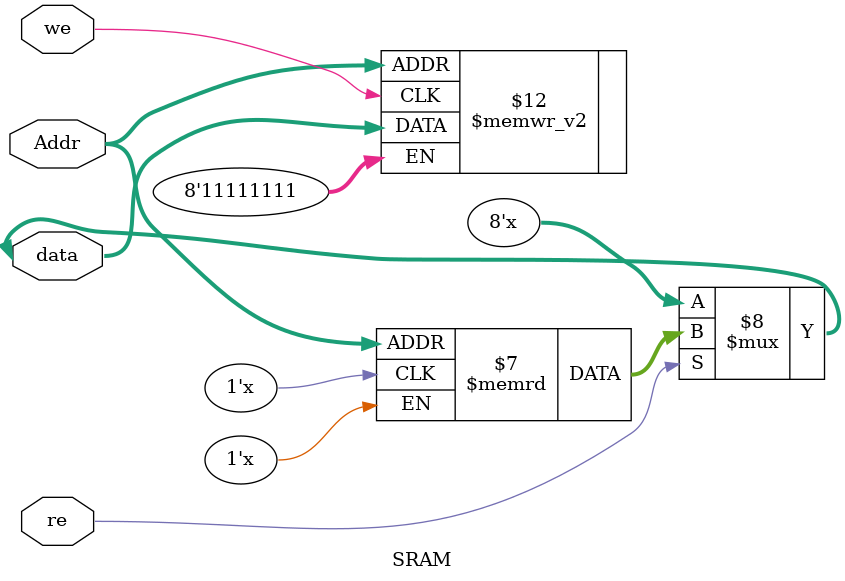
<source format=v>
module SRAM(Addr,re,we,data);
input [12:0]Addr;
input re,we; 
inout [7:0]data;
reg [7:0]SR[8191:0];

always @(posedge we) begin
	SR[Addr]=data;
end

assign data = (re==1'b1) ? SR[Addr] : 8'bzzzzzzzz;


endmodule

</source>
